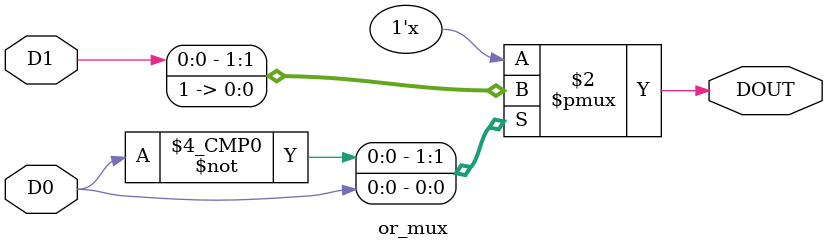
<source format=v>
`timescale 1ns / 1ps


module or_mux(
    input D0,
    input D1,
    output reg DOUT
    );
        
        always @(*) begin
            case(D0)
                1'b0: DOUT <= D1;
                1'b1: DOUT <= 1'b1;
            endcase
        end
    
endmodule

</source>
